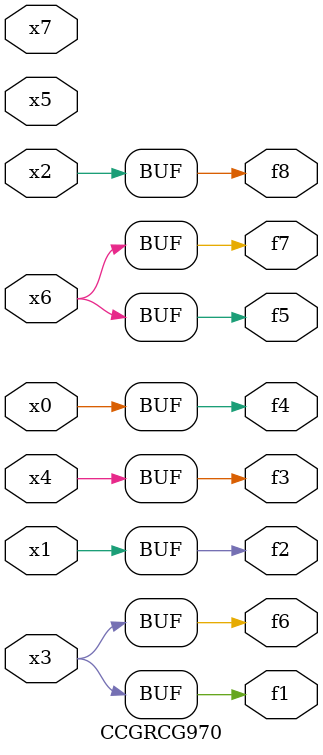
<source format=v>
module CCGRCG970(
	input x0, x1, x2, x3, x4, x5, x6, x7,
	output f1, f2, f3, f4, f5, f6, f7, f8
);
	assign f1 = x3;
	assign f2 = x1;
	assign f3 = x4;
	assign f4 = x0;
	assign f5 = x6;
	assign f6 = x3;
	assign f7 = x6;
	assign f8 = x2;
endmodule

</source>
